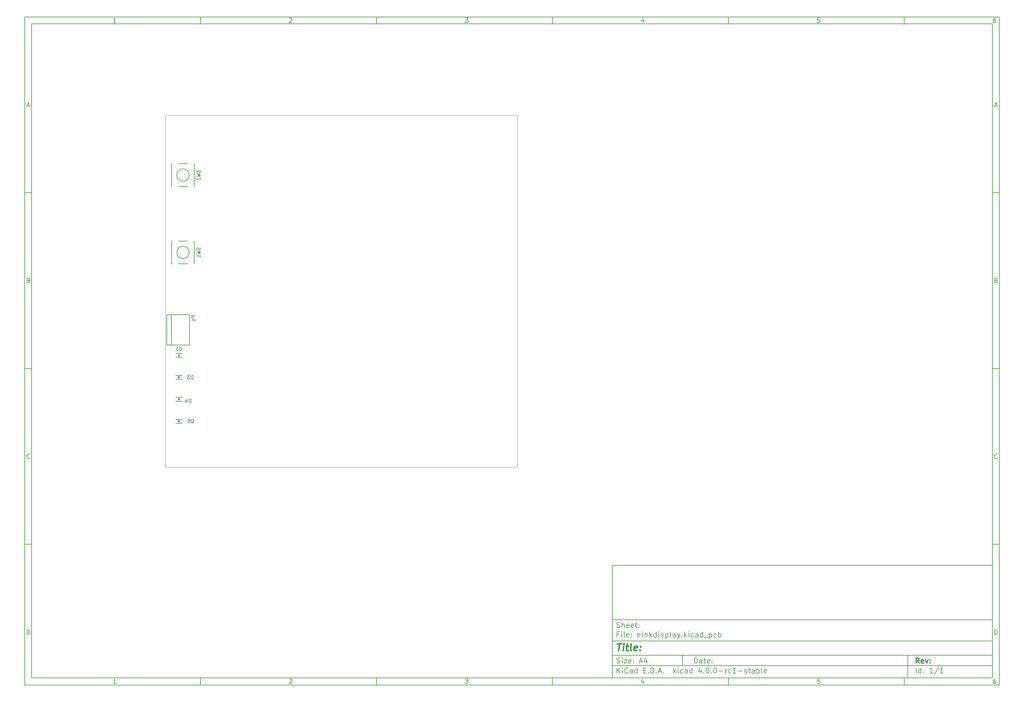
<source format=gbo>
G04 #@! TF.FileFunction,Legend,Bot*
%FSLAX46Y46*%
G04 Gerber Fmt 4.6, Leading zero omitted, Abs format (unit mm)*
G04 Created by KiCad (PCBNEW 4.0.0-rc1-stable) date Tue 08 Dec 2015 07:53:02 AM PST*
%MOMM*%
G01*
G04 APERTURE LIST*
%ADD10C,0.100000*%
%ADD11C,0.150000*%
%ADD12C,0.300000*%
%ADD13C,0.400000*%
G04 APERTURE END LIST*
D10*
D11*
X177002200Y-166007200D02*
X177002200Y-198007200D01*
X285002200Y-198007200D01*
X285002200Y-166007200D01*
X177002200Y-166007200D01*
D10*
D11*
X10000000Y-10000000D02*
X10000000Y-200007200D01*
X287002200Y-200007200D01*
X287002200Y-10000000D01*
X10000000Y-10000000D01*
D10*
D11*
X12000000Y-12000000D02*
X12000000Y-198007200D01*
X285002200Y-198007200D01*
X285002200Y-12000000D01*
X12000000Y-12000000D01*
D10*
D11*
X60000000Y-12000000D02*
X60000000Y-10000000D01*
D10*
D11*
X110000000Y-12000000D02*
X110000000Y-10000000D01*
D10*
D11*
X160000000Y-12000000D02*
X160000000Y-10000000D01*
D10*
D11*
X210000000Y-12000000D02*
X210000000Y-10000000D01*
D10*
D11*
X260000000Y-12000000D02*
X260000000Y-10000000D01*
D10*
D11*
X35990476Y-11588095D02*
X35247619Y-11588095D01*
X35619048Y-11588095D02*
X35619048Y-10288095D01*
X35495238Y-10473810D01*
X35371429Y-10597619D01*
X35247619Y-10659524D01*
D10*
D11*
X85247619Y-10411905D02*
X85309524Y-10350000D01*
X85433333Y-10288095D01*
X85742857Y-10288095D01*
X85866667Y-10350000D01*
X85928571Y-10411905D01*
X85990476Y-10535714D01*
X85990476Y-10659524D01*
X85928571Y-10845238D01*
X85185714Y-11588095D01*
X85990476Y-11588095D01*
D10*
D11*
X135185714Y-10288095D02*
X135990476Y-10288095D01*
X135557143Y-10783333D01*
X135742857Y-10783333D01*
X135866667Y-10845238D01*
X135928571Y-10907143D01*
X135990476Y-11030952D01*
X135990476Y-11340476D01*
X135928571Y-11464286D01*
X135866667Y-11526190D01*
X135742857Y-11588095D01*
X135371429Y-11588095D01*
X135247619Y-11526190D01*
X135185714Y-11464286D01*
D10*
D11*
X185866667Y-10721429D02*
X185866667Y-11588095D01*
X185557143Y-10226190D02*
X185247619Y-11154762D01*
X186052381Y-11154762D01*
D10*
D11*
X235928571Y-10288095D02*
X235309524Y-10288095D01*
X235247619Y-10907143D01*
X235309524Y-10845238D01*
X235433333Y-10783333D01*
X235742857Y-10783333D01*
X235866667Y-10845238D01*
X235928571Y-10907143D01*
X235990476Y-11030952D01*
X235990476Y-11340476D01*
X235928571Y-11464286D01*
X235866667Y-11526190D01*
X235742857Y-11588095D01*
X235433333Y-11588095D01*
X235309524Y-11526190D01*
X235247619Y-11464286D01*
D10*
D11*
X285866667Y-10288095D02*
X285619048Y-10288095D01*
X285495238Y-10350000D01*
X285433333Y-10411905D01*
X285309524Y-10597619D01*
X285247619Y-10845238D01*
X285247619Y-11340476D01*
X285309524Y-11464286D01*
X285371429Y-11526190D01*
X285495238Y-11588095D01*
X285742857Y-11588095D01*
X285866667Y-11526190D01*
X285928571Y-11464286D01*
X285990476Y-11340476D01*
X285990476Y-11030952D01*
X285928571Y-10907143D01*
X285866667Y-10845238D01*
X285742857Y-10783333D01*
X285495238Y-10783333D01*
X285371429Y-10845238D01*
X285309524Y-10907143D01*
X285247619Y-11030952D01*
D10*
D11*
X60000000Y-198007200D02*
X60000000Y-200007200D01*
D10*
D11*
X110000000Y-198007200D02*
X110000000Y-200007200D01*
D10*
D11*
X160000000Y-198007200D02*
X160000000Y-200007200D01*
D10*
D11*
X210000000Y-198007200D02*
X210000000Y-200007200D01*
D10*
D11*
X260000000Y-198007200D02*
X260000000Y-200007200D01*
D10*
D11*
X35990476Y-199595295D02*
X35247619Y-199595295D01*
X35619048Y-199595295D02*
X35619048Y-198295295D01*
X35495238Y-198481010D01*
X35371429Y-198604819D01*
X35247619Y-198666724D01*
D10*
D11*
X85247619Y-198419105D02*
X85309524Y-198357200D01*
X85433333Y-198295295D01*
X85742857Y-198295295D01*
X85866667Y-198357200D01*
X85928571Y-198419105D01*
X85990476Y-198542914D01*
X85990476Y-198666724D01*
X85928571Y-198852438D01*
X85185714Y-199595295D01*
X85990476Y-199595295D01*
D10*
D11*
X135185714Y-198295295D02*
X135990476Y-198295295D01*
X135557143Y-198790533D01*
X135742857Y-198790533D01*
X135866667Y-198852438D01*
X135928571Y-198914343D01*
X135990476Y-199038152D01*
X135990476Y-199347676D01*
X135928571Y-199471486D01*
X135866667Y-199533390D01*
X135742857Y-199595295D01*
X135371429Y-199595295D01*
X135247619Y-199533390D01*
X135185714Y-199471486D01*
D10*
D11*
X185866667Y-198728629D02*
X185866667Y-199595295D01*
X185557143Y-198233390D02*
X185247619Y-199161962D01*
X186052381Y-199161962D01*
D10*
D11*
X235928571Y-198295295D02*
X235309524Y-198295295D01*
X235247619Y-198914343D01*
X235309524Y-198852438D01*
X235433333Y-198790533D01*
X235742857Y-198790533D01*
X235866667Y-198852438D01*
X235928571Y-198914343D01*
X235990476Y-199038152D01*
X235990476Y-199347676D01*
X235928571Y-199471486D01*
X235866667Y-199533390D01*
X235742857Y-199595295D01*
X235433333Y-199595295D01*
X235309524Y-199533390D01*
X235247619Y-199471486D01*
D10*
D11*
X285866667Y-198295295D02*
X285619048Y-198295295D01*
X285495238Y-198357200D01*
X285433333Y-198419105D01*
X285309524Y-198604819D01*
X285247619Y-198852438D01*
X285247619Y-199347676D01*
X285309524Y-199471486D01*
X285371429Y-199533390D01*
X285495238Y-199595295D01*
X285742857Y-199595295D01*
X285866667Y-199533390D01*
X285928571Y-199471486D01*
X285990476Y-199347676D01*
X285990476Y-199038152D01*
X285928571Y-198914343D01*
X285866667Y-198852438D01*
X285742857Y-198790533D01*
X285495238Y-198790533D01*
X285371429Y-198852438D01*
X285309524Y-198914343D01*
X285247619Y-199038152D01*
D10*
D11*
X10000000Y-60000000D02*
X12000000Y-60000000D01*
D10*
D11*
X10000000Y-110000000D02*
X12000000Y-110000000D01*
D10*
D11*
X10000000Y-160000000D02*
X12000000Y-160000000D01*
D10*
D11*
X10690476Y-35216667D02*
X11309524Y-35216667D01*
X10566667Y-35588095D02*
X11000000Y-34288095D01*
X11433333Y-35588095D01*
D10*
D11*
X11092857Y-84907143D02*
X11278571Y-84969048D01*
X11340476Y-85030952D01*
X11402381Y-85154762D01*
X11402381Y-85340476D01*
X11340476Y-85464286D01*
X11278571Y-85526190D01*
X11154762Y-85588095D01*
X10659524Y-85588095D01*
X10659524Y-84288095D01*
X11092857Y-84288095D01*
X11216667Y-84350000D01*
X11278571Y-84411905D01*
X11340476Y-84535714D01*
X11340476Y-84659524D01*
X11278571Y-84783333D01*
X11216667Y-84845238D01*
X11092857Y-84907143D01*
X10659524Y-84907143D01*
D10*
D11*
X11402381Y-135464286D02*
X11340476Y-135526190D01*
X11154762Y-135588095D01*
X11030952Y-135588095D01*
X10845238Y-135526190D01*
X10721429Y-135402381D01*
X10659524Y-135278571D01*
X10597619Y-135030952D01*
X10597619Y-134845238D01*
X10659524Y-134597619D01*
X10721429Y-134473810D01*
X10845238Y-134350000D01*
X11030952Y-134288095D01*
X11154762Y-134288095D01*
X11340476Y-134350000D01*
X11402381Y-134411905D01*
D10*
D11*
X10659524Y-185588095D02*
X10659524Y-184288095D01*
X10969048Y-184288095D01*
X11154762Y-184350000D01*
X11278571Y-184473810D01*
X11340476Y-184597619D01*
X11402381Y-184845238D01*
X11402381Y-185030952D01*
X11340476Y-185278571D01*
X11278571Y-185402381D01*
X11154762Y-185526190D01*
X10969048Y-185588095D01*
X10659524Y-185588095D01*
D10*
D11*
X287002200Y-60000000D02*
X285002200Y-60000000D01*
D10*
D11*
X287002200Y-110000000D02*
X285002200Y-110000000D01*
D10*
D11*
X287002200Y-160000000D02*
X285002200Y-160000000D01*
D10*
D11*
X285692676Y-35216667D02*
X286311724Y-35216667D01*
X285568867Y-35588095D02*
X286002200Y-34288095D01*
X286435533Y-35588095D01*
D10*
D11*
X286095057Y-84907143D02*
X286280771Y-84969048D01*
X286342676Y-85030952D01*
X286404581Y-85154762D01*
X286404581Y-85340476D01*
X286342676Y-85464286D01*
X286280771Y-85526190D01*
X286156962Y-85588095D01*
X285661724Y-85588095D01*
X285661724Y-84288095D01*
X286095057Y-84288095D01*
X286218867Y-84350000D01*
X286280771Y-84411905D01*
X286342676Y-84535714D01*
X286342676Y-84659524D01*
X286280771Y-84783333D01*
X286218867Y-84845238D01*
X286095057Y-84907143D01*
X285661724Y-84907143D01*
D10*
D11*
X286404581Y-135464286D02*
X286342676Y-135526190D01*
X286156962Y-135588095D01*
X286033152Y-135588095D01*
X285847438Y-135526190D01*
X285723629Y-135402381D01*
X285661724Y-135278571D01*
X285599819Y-135030952D01*
X285599819Y-134845238D01*
X285661724Y-134597619D01*
X285723629Y-134473810D01*
X285847438Y-134350000D01*
X286033152Y-134288095D01*
X286156962Y-134288095D01*
X286342676Y-134350000D01*
X286404581Y-134411905D01*
D10*
D11*
X285661724Y-185588095D02*
X285661724Y-184288095D01*
X285971248Y-184288095D01*
X286156962Y-184350000D01*
X286280771Y-184473810D01*
X286342676Y-184597619D01*
X286404581Y-184845238D01*
X286404581Y-185030952D01*
X286342676Y-185278571D01*
X286280771Y-185402381D01*
X286156962Y-185526190D01*
X285971248Y-185588095D01*
X285661724Y-185588095D01*
D10*
D11*
X200359343Y-193785771D02*
X200359343Y-192285771D01*
X200716486Y-192285771D01*
X200930771Y-192357200D01*
X201073629Y-192500057D01*
X201145057Y-192642914D01*
X201216486Y-192928629D01*
X201216486Y-193142914D01*
X201145057Y-193428629D01*
X201073629Y-193571486D01*
X200930771Y-193714343D01*
X200716486Y-193785771D01*
X200359343Y-193785771D01*
X202502200Y-193785771D02*
X202502200Y-193000057D01*
X202430771Y-192857200D01*
X202287914Y-192785771D01*
X202002200Y-192785771D01*
X201859343Y-192857200D01*
X202502200Y-193714343D02*
X202359343Y-193785771D01*
X202002200Y-193785771D01*
X201859343Y-193714343D01*
X201787914Y-193571486D01*
X201787914Y-193428629D01*
X201859343Y-193285771D01*
X202002200Y-193214343D01*
X202359343Y-193214343D01*
X202502200Y-193142914D01*
X203002200Y-192785771D02*
X203573629Y-192785771D01*
X203216486Y-192285771D02*
X203216486Y-193571486D01*
X203287914Y-193714343D01*
X203430772Y-193785771D01*
X203573629Y-193785771D01*
X204645057Y-193714343D02*
X204502200Y-193785771D01*
X204216486Y-193785771D01*
X204073629Y-193714343D01*
X204002200Y-193571486D01*
X204002200Y-193000057D01*
X204073629Y-192857200D01*
X204216486Y-192785771D01*
X204502200Y-192785771D01*
X204645057Y-192857200D01*
X204716486Y-193000057D01*
X204716486Y-193142914D01*
X204002200Y-193285771D01*
X205359343Y-193642914D02*
X205430771Y-193714343D01*
X205359343Y-193785771D01*
X205287914Y-193714343D01*
X205359343Y-193642914D01*
X205359343Y-193785771D01*
X205359343Y-192857200D02*
X205430771Y-192928629D01*
X205359343Y-193000057D01*
X205287914Y-192928629D01*
X205359343Y-192857200D01*
X205359343Y-193000057D01*
D10*
D11*
X177002200Y-194507200D02*
X285002200Y-194507200D01*
D10*
D11*
X178359343Y-196585771D02*
X178359343Y-195085771D01*
X179216486Y-196585771D02*
X178573629Y-195728629D01*
X179216486Y-195085771D02*
X178359343Y-195942914D01*
X179859343Y-196585771D02*
X179859343Y-195585771D01*
X179859343Y-195085771D02*
X179787914Y-195157200D01*
X179859343Y-195228629D01*
X179930771Y-195157200D01*
X179859343Y-195085771D01*
X179859343Y-195228629D01*
X181430772Y-196442914D02*
X181359343Y-196514343D01*
X181145057Y-196585771D01*
X181002200Y-196585771D01*
X180787915Y-196514343D01*
X180645057Y-196371486D01*
X180573629Y-196228629D01*
X180502200Y-195942914D01*
X180502200Y-195728629D01*
X180573629Y-195442914D01*
X180645057Y-195300057D01*
X180787915Y-195157200D01*
X181002200Y-195085771D01*
X181145057Y-195085771D01*
X181359343Y-195157200D01*
X181430772Y-195228629D01*
X182716486Y-196585771D02*
X182716486Y-195800057D01*
X182645057Y-195657200D01*
X182502200Y-195585771D01*
X182216486Y-195585771D01*
X182073629Y-195657200D01*
X182716486Y-196514343D02*
X182573629Y-196585771D01*
X182216486Y-196585771D01*
X182073629Y-196514343D01*
X182002200Y-196371486D01*
X182002200Y-196228629D01*
X182073629Y-196085771D01*
X182216486Y-196014343D01*
X182573629Y-196014343D01*
X182716486Y-195942914D01*
X184073629Y-196585771D02*
X184073629Y-195085771D01*
X184073629Y-196514343D02*
X183930772Y-196585771D01*
X183645058Y-196585771D01*
X183502200Y-196514343D01*
X183430772Y-196442914D01*
X183359343Y-196300057D01*
X183359343Y-195871486D01*
X183430772Y-195728629D01*
X183502200Y-195657200D01*
X183645058Y-195585771D01*
X183930772Y-195585771D01*
X184073629Y-195657200D01*
X185930772Y-195800057D02*
X186430772Y-195800057D01*
X186645058Y-196585771D02*
X185930772Y-196585771D01*
X185930772Y-195085771D01*
X186645058Y-195085771D01*
X187287915Y-196442914D02*
X187359343Y-196514343D01*
X187287915Y-196585771D01*
X187216486Y-196514343D01*
X187287915Y-196442914D01*
X187287915Y-196585771D01*
X188002201Y-196585771D02*
X188002201Y-195085771D01*
X188359344Y-195085771D01*
X188573629Y-195157200D01*
X188716487Y-195300057D01*
X188787915Y-195442914D01*
X188859344Y-195728629D01*
X188859344Y-195942914D01*
X188787915Y-196228629D01*
X188716487Y-196371486D01*
X188573629Y-196514343D01*
X188359344Y-196585771D01*
X188002201Y-196585771D01*
X189502201Y-196442914D02*
X189573629Y-196514343D01*
X189502201Y-196585771D01*
X189430772Y-196514343D01*
X189502201Y-196442914D01*
X189502201Y-196585771D01*
X190145058Y-196157200D02*
X190859344Y-196157200D01*
X190002201Y-196585771D02*
X190502201Y-195085771D01*
X191002201Y-196585771D01*
X191502201Y-196442914D02*
X191573629Y-196514343D01*
X191502201Y-196585771D01*
X191430772Y-196514343D01*
X191502201Y-196442914D01*
X191502201Y-196585771D01*
X194502201Y-196585771D02*
X194502201Y-195085771D01*
X194645058Y-196014343D02*
X195073629Y-196585771D01*
X195073629Y-195585771D02*
X194502201Y-196157200D01*
X195716487Y-196585771D02*
X195716487Y-195585771D01*
X195716487Y-195085771D02*
X195645058Y-195157200D01*
X195716487Y-195228629D01*
X195787915Y-195157200D01*
X195716487Y-195085771D01*
X195716487Y-195228629D01*
X197073630Y-196514343D02*
X196930773Y-196585771D01*
X196645059Y-196585771D01*
X196502201Y-196514343D01*
X196430773Y-196442914D01*
X196359344Y-196300057D01*
X196359344Y-195871486D01*
X196430773Y-195728629D01*
X196502201Y-195657200D01*
X196645059Y-195585771D01*
X196930773Y-195585771D01*
X197073630Y-195657200D01*
X198359344Y-196585771D02*
X198359344Y-195800057D01*
X198287915Y-195657200D01*
X198145058Y-195585771D01*
X197859344Y-195585771D01*
X197716487Y-195657200D01*
X198359344Y-196514343D02*
X198216487Y-196585771D01*
X197859344Y-196585771D01*
X197716487Y-196514343D01*
X197645058Y-196371486D01*
X197645058Y-196228629D01*
X197716487Y-196085771D01*
X197859344Y-196014343D01*
X198216487Y-196014343D01*
X198359344Y-195942914D01*
X199716487Y-196585771D02*
X199716487Y-195085771D01*
X199716487Y-196514343D02*
X199573630Y-196585771D01*
X199287916Y-196585771D01*
X199145058Y-196514343D01*
X199073630Y-196442914D01*
X199002201Y-196300057D01*
X199002201Y-195871486D01*
X199073630Y-195728629D01*
X199145058Y-195657200D01*
X199287916Y-195585771D01*
X199573630Y-195585771D01*
X199716487Y-195657200D01*
X202216487Y-195585771D02*
X202216487Y-196585771D01*
X201859344Y-195014343D02*
X201502201Y-196085771D01*
X202430773Y-196085771D01*
X203002201Y-196442914D02*
X203073629Y-196514343D01*
X203002201Y-196585771D01*
X202930772Y-196514343D01*
X203002201Y-196442914D01*
X203002201Y-196585771D01*
X204002201Y-195085771D02*
X204145058Y-195085771D01*
X204287915Y-195157200D01*
X204359344Y-195228629D01*
X204430773Y-195371486D01*
X204502201Y-195657200D01*
X204502201Y-196014343D01*
X204430773Y-196300057D01*
X204359344Y-196442914D01*
X204287915Y-196514343D01*
X204145058Y-196585771D01*
X204002201Y-196585771D01*
X203859344Y-196514343D01*
X203787915Y-196442914D01*
X203716487Y-196300057D01*
X203645058Y-196014343D01*
X203645058Y-195657200D01*
X203716487Y-195371486D01*
X203787915Y-195228629D01*
X203859344Y-195157200D01*
X204002201Y-195085771D01*
X205145058Y-196442914D02*
X205216486Y-196514343D01*
X205145058Y-196585771D01*
X205073629Y-196514343D01*
X205145058Y-196442914D01*
X205145058Y-196585771D01*
X206145058Y-195085771D02*
X206287915Y-195085771D01*
X206430772Y-195157200D01*
X206502201Y-195228629D01*
X206573630Y-195371486D01*
X206645058Y-195657200D01*
X206645058Y-196014343D01*
X206573630Y-196300057D01*
X206502201Y-196442914D01*
X206430772Y-196514343D01*
X206287915Y-196585771D01*
X206145058Y-196585771D01*
X206002201Y-196514343D01*
X205930772Y-196442914D01*
X205859344Y-196300057D01*
X205787915Y-196014343D01*
X205787915Y-195657200D01*
X205859344Y-195371486D01*
X205930772Y-195228629D01*
X206002201Y-195157200D01*
X206145058Y-195085771D01*
X207287915Y-196014343D02*
X208430772Y-196014343D01*
X209145058Y-196585771D02*
X209145058Y-195585771D01*
X209145058Y-195871486D02*
X209216486Y-195728629D01*
X209287915Y-195657200D01*
X209430772Y-195585771D01*
X209573629Y-195585771D01*
X210716486Y-196514343D02*
X210573629Y-196585771D01*
X210287915Y-196585771D01*
X210145057Y-196514343D01*
X210073629Y-196442914D01*
X210002200Y-196300057D01*
X210002200Y-195871486D01*
X210073629Y-195728629D01*
X210145057Y-195657200D01*
X210287915Y-195585771D01*
X210573629Y-195585771D01*
X210716486Y-195657200D01*
X212145057Y-196585771D02*
X211287914Y-196585771D01*
X211716486Y-196585771D02*
X211716486Y-195085771D01*
X211573629Y-195300057D01*
X211430771Y-195442914D01*
X211287914Y-195514343D01*
X212787914Y-196014343D02*
X213930771Y-196014343D01*
X214573628Y-196514343D02*
X214716485Y-196585771D01*
X215002200Y-196585771D01*
X215145057Y-196514343D01*
X215216485Y-196371486D01*
X215216485Y-196300057D01*
X215145057Y-196157200D01*
X215002200Y-196085771D01*
X214787914Y-196085771D01*
X214645057Y-196014343D01*
X214573628Y-195871486D01*
X214573628Y-195800057D01*
X214645057Y-195657200D01*
X214787914Y-195585771D01*
X215002200Y-195585771D01*
X215145057Y-195657200D01*
X215645057Y-195585771D02*
X216216486Y-195585771D01*
X215859343Y-195085771D02*
X215859343Y-196371486D01*
X215930771Y-196514343D01*
X216073629Y-196585771D01*
X216216486Y-196585771D01*
X217359343Y-196585771D02*
X217359343Y-195800057D01*
X217287914Y-195657200D01*
X217145057Y-195585771D01*
X216859343Y-195585771D01*
X216716486Y-195657200D01*
X217359343Y-196514343D02*
X217216486Y-196585771D01*
X216859343Y-196585771D01*
X216716486Y-196514343D01*
X216645057Y-196371486D01*
X216645057Y-196228629D01*
X216716486Y-196085771D01*
X216859343Y-196014343D01*
X217216486Y-196014343D01*
X217359343Y-195942914D01*
X218073629Y-196585771D02*
X218073629Y-195085771D01*
X218073629Y-195657200D02*
X218216486Y-195585771D01*
X218502200Y-195585771D01*
X218645057Y-195657200D01*
X218716486Y-195728629D01*
X218787915Y-195871486D01*
X218787915Y-196300057D01*
X218716486Y-196442914D01*
X218645057Y-196514343D01*
X218502200Y-196585771D01*
X218216486Y-196585771D01*
X218073629Y-196514343D01*
X219645058Y-196585771D02*
X219502200Y-196514343D01*
X219430772Y-196371486D01*
X219430772Y-195085771D01*
X220787914Y-196514343D02*
X220645057Y-196585771D01*
X220359343Y-196585771D01*
X220216486Y-196514343D01*
X220145057Y-196371486D01*
X220145057Y-195800057D01*
X220216486Y-195657200D01*
X220359343Y-195585771D01*
X220645057Y-195585771D01*
X220787914Y-195657200D01*
X220859343Y-195800057D01*
X220859343Y-195942914D01*
X220145057Y-196085771D01*
D10*
D11*
X177002200Y-191507200D02*
X285002200Y-191507200D01*
D10*
D12*
X264216486Y-193785771D02*
X263716486Y-193071486D01*
X263359343Y-193785771D02*
X263359343Y-192285771D01*
X263930771Y-192285771D01*
X264073629Y-192357200D01*
X264145057Y-192428629D01*
X264216486Y-192571486D01*
X264216486Y-192785771D01*
X264145057Y-192928629D01*
X264073629Y-193000057D01*
X263930771Y-193071486D01*
X263359343Y-193071486D01*
X265430771Y-193714343D02*
X265287914Y-193785771D01*
X265002200Y-193785771D01*
X264859343Y-193714343D01*
X264787914Y-193571486D01*
X264787914Y-193000057D01*
X264859343Y-192857200D01*
X265002200Y-192785771D01*
X265287914Y-192785771D01*
X265430771Y-192857200D01*
X265502200Y-193000057D01*
X265502200Y-193142914D01*
X264787914Y-193285771D01*
X266002200Y-192785771D02*
X266359343Y-193785771D01*
X266716485Y-192785771D01*
X267287914Y-193642914D02*
X267359342Y-193714343D01*
X267287914Y-193785771D01*
X267216485Y-193714343D01*
X267287914Y-193642914D01*
X267287914Y-193785771D01*
X267287914Y-192857200D02*
X267359342Y-192928629D01*
X267287914Y-193000057D01*
X267216485Y-192928629D01*
X267287914Y-192857200D01*
X267287914Y-193000057D01*
D10*
D11*
X178287914Y-193714343D02*
X178502200Y-193785771D01*
X178859343Y-193785771D01*
X179002200Y-193714343D01*
X179073629Y-193642914D01*
X179145057Y-193500057D01*
X179145057Y-193357200D01*
X179073629Y-193214343D01*
X179002200Y-193142914D01*
X178859343Y-193071486D01*
X178573629Y-193000057D01*
X178430771Y-192928629D01*
X178359343Y-192857200D01*
X178287914Y-192714343D01*
X178287914Y-192571486D01*
X178359343Y-192428629D01*
X178430771Y-192357200D01*
X178573629Y-192285771D01*
X178930771Y-192285771D01*
X179145057Y-192357200D01*
X179787914Y-193785771D02*
X179787914Y-192785771D01*
X179787914Y-192285771D02*
X179716485Y-192357200D01*
X179787914Y-192428629D01*
X179859342Y-192357200D01*
X179787914Y-192285771D01*
X179787914Y-192428629D01*
X180359343Y-192785771D02*
X181145057Y-192785771D01*
X180359343Y-193785771D01*
X181145057Y-193785771D01*
X182287914Y-193714343D02*
X182145057Y-193785771D01*
X181859343Y-193785771D01*
X181716486Y-193714343D01*
X181645057Y-193571486D01*
X181645057Y-193000057D01*
X181716486Y-192857200D01*
X181859343Y-192785771D01*
X182145057Y-192785771D01*
X182287914Y-192857200D01*
X182359343Y-193000057D01*
X182359343Y-193142914D01*
X181645057Y-193285771D01*
X183002200Y-193642914D02*
X183073628Y-193714343D01*
X183002200Y-193785771D01*
X182930771Y-193714343D01*
X183002200Y-193642914D01*
X183002200Y-193785771D01*
X183002200Y-192857200D02*
X183073628Y-192928629D01*
X183002200Y-193000057D01*
X182930771Y-192928629D01*
X183002200Y-192857200D01*
X183002200Y-193000057D01*
X184787914Y-193357200D02*
X185502200Y-193357200D01*
X184645057Y-193785771D02*
X185145057Y-192285771D01*
X185645057Y-193785771D01*
X186787914Y-192785771D02*
X186787914Y-193785771D01*
X186430771Y-192214343D02*
X186073628Y-193285771D01*
X187002200Y-193285771D01*
D10*
D11*
X263359343Y-196585771D02*
X263359343Y-195085771D01*
X264716486Y-196585771D02*
X264716486Y-195085771D01*
X264716486Y-196514343D02*
X264573629Y-196585771D01*
X264287915Y-196585771D01*
X264145057Y-196514343D01*
X264073629Y-196442914D01*
X264002200Y-196300057D01*
X264002200Y-195871486D01*
X264073629Y-195728629D01*
X264145057Y-195657200D01*
X264287915Y-195585771D01*
X264573629Y-195585771D01*
X264716486Y-195657200D01*
X265430772Y-196442914D02*
X265502200Y-196514343D01*
X265430772Y-196585771D01*
X265359343Y-196514343D01*
X265430772Y-196442914D01*
X265430772Y-196585771D01*
X265430772Y-195657200D02*
X265502200Y-195728629D01*
X265430772Y-195800057D01*
X265359343Y-195728629D01*
X265430772Y-195657200D01*
X265430772Y-195800057D01*
X268073629Y-196585771D02*
X267216486Y-196585771D01*
X267645058Y-196585771D02*
X267645058Y-195085771D01*
X267502201Y-195300057D01*
X267359343Y-195442914D01*
X267216486Y-195514343D01*
X269787914Y-195014343D02*
X268502200Y-196942914D01*
X271073629Y-196585771D02*
X270216486Y-196585771D01*
X270645058Y-196585771D02*
X270645058Y-195085771D01*
X270502201Y-195300057D01*
X270359343Y-195442914D01*
X270216486Y-195514343D01*
D10*
D11*
X177002200Y-187507200D02*
X285002200Y-187507200D01*
D10*
D13*
X178454581Y-188211962D02*
X179597438Y-188211962D01*
X178776010Y-190211962D02*
X179026010Y-188211962D01*
X180014105Y-190211962D02*
X180180771Y-188878629D01*
X180264105Y-188211962D02*
X180156962Y-188307200D01*
X180240295Y-188402438D01*
X180347439Y-188307200D01*
X180264105Y-188211962D01*
X180240295Y-188402438D01*
X180847438Y-188878629D02*
X181609343Y-188878629D01*
X181216486Y-188211962D02*
X181002200Y-189926248D01*
X181073630Y-190116724D01*
X181252201Y-190211962D01*
X181442677Y-190211962D01*
X182395058Y-190211962D02*
X182216487Y-190116724D01*
X182145057Y-189926248D01*
X182359343Y-188211962D01*
X183930772Y-190116724D02*
X183728391Y-190211962D01*
X183347439Y-190211962D01*
X183168867Y-190116724D01*
X183097438Y-189926248D01*
X183192676Y-189164343D01*
X183311724Y-188973867D01*
X183514105Y-188878629D01*
X183895057Y-188878629D01*
X184073629Y-188973867D01*
X184145057Y-189164343D01*
X184121248Y-189354819D01*
X183145057Y-189545295D01*
X184895057Y-190021486D02*
X184978392Y-190116724D01*
X184871248Y-190211962D01*
X184787915Y-190116724D01*
X184895057Y-190021486D01*
X184871248Y-190211962D01*
X185026010Y-188973867D02*
X185109344Y-189069105D01*
X185002200Y-189164343D01*
X184918867Y-189069105D01*
X185026010Y-188973867D01*
X185002200Y-189164343D01*
D10*
D11*
X178859343Y-185600057D02*
X178359343Y-185600057D01*
X178359343Y-186385771D02*
X178359343Y-184885771D01*
X179073629Y-184885771D01*
X179645057Y-186385771D02*
X179645057Y-185385771D01*
X179645057Y-184885771D02*
X179573628Y-184957200D01*
X179645057Y-185028629D01*
X179716485Y-184957200D01*
X179645057Y-184885771D01*
X179645057Y-185028629D01*
X180573629Y-186385771D02*
X180430771Y-186314343D01*
X180359343Y-186171486D01*
X180359343Y-184885771D01*
X181716485Y-186314343D02*
X181573628Y-186385771D01*
X181287914Y-186385771D01*
X181145057Y-186314343D01*
X181073628Y-186171486D01*
X181073628Y-185600057D01*
X181145057Y-185457200D01*
X181287914Y-185385771D01*
X181573628Y-185385771D01*
X181716485Y-185457200D01*
X181787914Y-185600057D01*
X181787914Y-185742914D01*
X181073628Y-185885771D01*
X182430771Y-186242914D02*
X182502199Y-186314343D01*
X182430771Y-186385771D01*
X182359342Y-186314343D01*
X182430771Y-186242914D01*
X182430771Y-186385771D01*
X182430771Y-185457200D02*
X182502199Y-185528629D01*
X182430771Y-185600057D01*
X182359342Y-185528629D01*
X182430771Y-185457200D01*
X182430771Y-185600057D01*
X184859342Y-186314343D02*
X184716485Y-186385771D01*
X184430771Y-186385771D01*
X184287914Y-186314343D01*
X184216485Y-186171486D01*
X184216485Y-185600057D01*
X184287914Y-185457200D01*
X184430771Y-185385771D01*
X184716485Y-185385771D01*
X184859342Y-185457200D01*
X184930771Y-185600057D01*
X184930771Y-185742914D01*
X184216485Y-185885771D01*
X185573628Y-186385771D02*
X185573628Y-185385771D01*
X185573628Y-184885771D02*
X185502199Y-184957200D01*
X185573628Y-185028629D01*
X185645056Y-184957200D01*
X185573628Y-184885771D01*
X185573628Y-185028629D01*
X186287914Y-185385771D02*
X186287914Y-186385771D01*
X186287914Y-185528629D02*
X186359342Y-185457200D01*
X186502200Y-185385771D01*
X186716485Y-185385771D01*
X186859342Y-185457200D01*
X186930771Y-185600057D01*
X186930771Y-186385771D01*
X187645057Y-186385771D02*
X187645057Y-184885771D01*
X187787914Y-185814343D02*
X188216485Y-186385771D01*
X188216485Y-185385771D02*
X187645057Y-185957200D01*
X189502200Y-186385771D02*
X189502200Y-184885771D01*
X189502200Y-186314343D02*
X189359343Y-186385771D01*
X189073629Y-186385771D01*
X188930771Y-186314343D01*
X188859343Y-186242914D01*
X188787914Y-186100057D01*
X188787914Y-185671486D01*
X188859343Y-185528629D01*
X188930771Y-185457200D01*
X189073629Y-185385771D01*
X189359343Y-185385771D01*
X189502200Y-185457200D01*
X190216486Y-186385771D02*
X190216486Y-185385771D01*
X190216486Y-184885771D02*
X190145057Y-184957200D01*
X190216486Y-185028629D01*
X190287914Y-184957200D01*
X190216486Y-184885771D01*
X190216486Y-185028629D01*
X190859343Y-186314343D02*
X191002200Y-186385771D01*
X191287915Y-186385771D01*
X191430772Y-186314343D01*
X191502200Y-186171486D01*
X191502200Y-186100057D01*
X191430772Y-185957200D01*
X191287915Y-185885771D01*
X191073629Y-185885771D01*
X190930772Y-185814343D01*
X190859343Y-185671486D01*
X190859343Y-185600057D01*
X190930772Y-185457200D01*
X191073629Y-185385771D01*
X191287915Y-185385771D01*
X191430772Y-185457200D01*
X192145058Y-185385771D02*
X192145058Y-186885771D01*
X192145058Y-185457200D02*
X192287915Y-185385771D01*
X192573629Y-185385771D01*
X192716486Y-185457200D01*
X192787915Y-185528629D01*
X192859344Y-185671486D01*
X192859344Y-186100057D01*
X192787915Y-186242914D01*
X192716486Y-186314343D01*
X192573629Y-186385771D01*
X192287915Y-186385771D01*
X192145058Y-186314343D01*
X193716487Y-186385771D02*
X193573629Y-186314343D01*
X193502201Y-186171486D01*
X193502201Y-184885771D01*
X194930772Y-186385771D02*
X194930772Y-185600057D01*
X194859343Y-185457200D01*
X194716486Y-185385771D01*
X194430772Y-185385771D01*
X194287915Y-185457200D01*
X194930772Y-186314343D02*
X194787915Y-186385771D01*
X194430772Y-186385771D01*
X194287915Y-186314343D01*
X194216486Y-186171486D01*
X194216486Y-186028629D01*
X194287915Y-185885771D01*
X194430772Y-185814343D01*
X194787915Y-185814343D01*
X194930772Y-185742914D01*
X195502201Y-185385771D02*
X195859344Y-186385771D01*
X196216486Y-185385771D02*
X195859344Y-186385771D01*
X195716486Y-186742914D01*
X195645058Y-186814343D01*
X195502201Y-186885771D01*
X196787915Y-186242914D02*
X196859343Y-186314343D01*
X196787915Y-186385771D01*
X196716486Y-186314343D01*
X196787915Y-186242914D01*
X196787915Y-186385771D01*
X197502201Y-186385771D02*
X197502201Y-184885771D01*
X197645058Y-185814343D02*
X198073629Y-186385771D01*
X198073629Y-185385771D02*
X197502201Y-185957200D01*
X198716487Y-186385771D02*
X198716487Y-185385771D01*
X198716487Y-184885771D02*
X198645058Y-184957200D01*
X198716487Y-185028629D01*
X198787915Y-184957200D01*
X198716487Y-184885771D01*
X198716487Y-185028629D01*
X200073630Y-186314343D02*
X199930773Y-186385771D01*
X199645059Y-186385771D01*
X199502201Y-186314343D01*
X199430773Y-186242914D01*
X199359344Y-186100057D01*
X199359344Y-185671486D01*
X199430773Y-185528629D01*
X199502201Y-185457200D01*
X199645059Y-185385771D01*
X199930773Y-185385771D01*
X200073630Y-185457200D01*
X201359344Y-186385771D02*
X201359344Y-185600057D01*
X201287915Y-185457200D01*
X201145058Y-185385771D01*
X200859344Y-185385771D01*
X200716487Y-185457200D01*
X201359344Y-186314343D02*
X201216487Y-186385771D01*
X200859344Y-186385771D01*
X200716487Y-186314343D01*
X200645058Y-186171486D01*
X200645058Y-186028629D01*
X200716487Y-185885771D01*
X200859344Y-185814343D01*
X201216487Y-185814343D01*
X201359344Y-185742914D01*
X202716487Y-186385771D02*
X202716487Y-184885771D01*
X202716487Y-186314343D02*
X202573630Y-186385771D01*
X202287916Y-186385771D01*
X202145058Y-186314343D01*
X202073630Y-186242914D01*
X202002201Y-186100057D01*
X202002201Y-185671486D01*
X202073630Y-185528629D01*
X202145058Y-185457200D01*
X202287916Y-185385771D01*
X202573630Y-185385771D01*
X202716487Y-185457200D01*
X203073630Y-186528629D02*
X204216487Y-186528629D01*
X204573630Y-185385771D02*
X204573630Y-186885771D01*
X204573630Y-185457200D02*
X204716487Y-185385771D01*
X205002201Y-185385771D01*
X205145058Y-185457200D01*
X205216487Y-185528629D01*
X205287916Y-185671486D01*
X205287916Y-186100057D01*
X205216487Y-186242914D01*
X205145058Y-186314343D01*
X205002201Y-186385771D01*
X204716487Y-186385771D01*
X204573630Y-186314343D01*
X206573630Y-186314343D02*
X206430773Y-186385771D01*
X206145059Y-186385771D01*
X206002201Y-186314343D01*
X205930773Y-186242914D01*
X205859344Y-186100057D01*
X205859344Y-185671486D01*
X205930773Y-185528629D01*
X206002201Y-185457200D01*
X206145059Y-185385771D01*
X206430773Y-185385771D01*
X206573630Y-185457200D01*
X207216487Y-186385771D02*
X207216487Y-184885771D01*
X207216487Y-185457200D02*
X207359344Y-185385771D01*
X207645058Y-185385771D01*
X207787915Y-185457200D01*
X207859344Y-185528629D01*
X207930773Y-185671486D01*
X207930773Y-186100057D01*
X207859344Y-186242914D01*
X207787915Y-186314343D01*
X207645058Y-186385771D01*
X207359344Y-186385771D01*
X207216487Y-186314343D01*
D10*
D11*
X177002200Y-181507200D02*
X285002200Y-181507200D01*
D10*
D11*
X178287914Y-183614343D02*
X178502200Y-183685771D01*
X178859343Y-183685771D01*
X179002200Y-183614343D01*
X179073629Y-183542914D01*
X179145057Y-183400057D01*
X179145057Y-183257200D01*
X179073629Y-183114343D01*
X179002200Y-183042914D01*
X178859343Y-182971486D01*
X178573629Y-182900057D01*
X178430771Y-182828629D01*
X178359343Y-182757200D01*
X178287914Y-182614343D01*
X178287914Y-182471486D01*
X178359343Y-182328629D01*
X178430771Y-182257200D01*
X178573629Y-182185771D01*
X178930771Y-182185771D01*
X179145057Y-182257200D01*
X179787914Y-183685771D02*
X179787914Y-182185771D01*
X180430771Y-183685771D02*
X180430771Y-182900057D01*
X180359342Y-182757200D01*
X180216485Y-182685771D01*
X180002200Y-182685771D01*
X179859342Y-182757200D01*
X179787914Y-182828629D01*
X181716485Y-183614343D02*
X181573628Y-183685771D01*
X181287914Y-183685771D01*
X181145057Y-183614343D01*
X181073628Y-183471486D01*
X181073628Y-182900057D01*
X181145057Y-182757200D01*
X181287914Y-182685771D01*
X181573628Y-182685771D01*
X181716485Y-182757200D01*
X181787914Y-182900057D01*
X181787914Y-183042914D01*
X181073628Y-183185771D01*
X183002199Y-183614343D02*
X182859342Y-183685771D01*
X182573628Y-183685771D01*
X182430771Y-183614343D01*
X182359342Y-183471486D01*
X182359342Y-182900057D01*
X182430771Y-182757200D01*
X182573628Y-182685771D01*
X182859342Y-182685771D01*
X183002199Y-182757200D01*
X183073628Y-182900057D01*
X183073628Y-183042914D01*
X182359342Y-183185771D01*
X183502199Y-182685771D02*
X184073628Y-182685771D01*
X183716485Y-182185771D02*
X183716485Y-183471486D01*
X183787913Y-183614343D01*
X183930771Y-183685771D01*
X184073628Y-183685771D01*
X184573628Y-183542914D02*
X184645056Y-183614343D01*
X184573628Y-183685771D01*
X184502199Y-183614343D01*
X184573628Y-183542914D01*
X184573628Y-183685771D01*
X184573628Y-182757200D02*
X184645056Y-182828629D01*
X184573628Y-182900057D01*
X184502199Y-182828629D01*
X184573628Y-182757200D01*
X184573628Y-182900057D01*
D10*
D11*
X197002200Y-191507200D02*
X197002200Y-194507200D01*
D10*
D11*
X261002200Y-191507200D02*
X261002200Y-198007200D01*
D10*
X50000000Y-138000000D02*
X50000000Y-38000000D01*
X150000000Y-138000000D02*
X50000000Y-138000000D01*
X150000000Y-38000000D02*
X150000000Y-138000000D01*
X50000000Y-38000000D02*
X150000000Y-38000000D01*
D11*
X54850000Y-125550000D02*
X52950000Y-125550000D01*
X54850000Y-124450000D02*
X52950000Y-124450000D01*
X53950000Y-125000000D02*
X53500000Y-125000000D01*
X54000000Y-124750000D02*
X54000000Y-125250000D01*
X54000000Y-125000000D02*
X53750000Y-124750000D01*
X53750000Y-124750000D02*
X53750000Y-125250000D01*
X53750000Y-125250000D02*
X54000000Y-125000000D01*
X54850000Y-119300000D02*
X52950000Y-119300000D01*
X54850000Y-118200000D02*
X52950000Y-118200000D01*
X53950000Y-118750000D02*
X53500000Y-118750000D01*
X54000000Y-118500000D02*
X54000000Y-119000000D01*
X54000000Y-118750000D02*
X53750000Y-118500000D01*
X53750000Y-118500000D02*
X53750000Y-119000000D01*
X53750000Y-119000000D02*
X54000000Y-118750000D01*
X54850700Y-113050000D02*
X52950700Y-113050000D01*
X54850700Y-111950000D02*
X52950700Y-111950000D01*
X53950700Y-112500000D02*
X53500700Y-112500000D01*
X54000700Y-112250000D02*
X54000700Y-112750000D01*
X54000700Y-112500000D02*
X53750700Y-112250000D01*
X53750700Y-112250000D02*
X53750700Y-112750000D01*
X53750700Y-112750000D02*
X54000700Y-112500000D01*
X54850700Y-106800000D02*
X52950700Y-106800000D01*
X54850700Y-105700000D02*
X52950700Y-105700000D01*
X53950700Y-106250000D02*
X53500700Y-106250000D01*
X54000700Y-106000000D02*
X54000700Y-106500000D01*
X54000700Y-106250000D02*
X53750700Y-106000000D01*
X53750700Y-106000000D02*
X53750700Y-106500000D01*
X53750700Y-106500000D02*
X54000700Y-106250000D01*
X56750714Y-76975000D02*
G75*
G03X56750714Y-76975000I-1750714J0D01*
G01*
X51775000Y-80200000D02*
X51900000Y-80200000D01*
X58225000Y-80200000D02*
X58100000Y-80200000D01*
X58225000Y-73750000D02*
X58100000Y-73750000D01*
X51900000Y-73750000D02*
X51775000Y-73750000D01*
X53600000Y-80200000D02*
X56400000Y-80200000D01*
X51775000Y-73750000D02*
X51775000Y-80200000D01*
X53600000Y-73750000D02*
X56400000Y-73750000D01*
X58225000Y-73750000D02*
X58225000Y-80200000D01*
X56750714Y-54975000D02*
G75*
G03X56750714Y-54975000I-1750714J0D01*
G01*
X51775000Y-58200000D02*
X51900000Y-58200000D01*
X58225000Y-58200000D02*
X58100000Y-58200000D01*
X58225000Y-51750000D02*
X58100000Y-51750000D01*
X51900000Y-51750000D02*
X51775000Y-51750000D01*
X53600000Y-58200000D02*
X56400000Y-58200000D01*
X51775000Y-51750000D02*
X51775000Y-58200000D01*
X53600000Y-51750000D02*
X56400000Y-51750000D01*
X58225000Y-51750000D02*
X58225000Y-58200000D01*
X50432540Y-103350900D02*
X50432540Y-94650900D01*
X56837540Y-103350900D02*
X56837540Y-94650900D01*
X56837540Y-94650900D02*
X50432540Y-94650900D01*
X51662540Y-94650900D02*
X51662540Y-103350900D01*
X50432540Y-103350900D02*
X56837540Y-103350900D01*
X57938095Y-125452381D02*
X57938095Y-124452381D01*
X57700000Y-124452381D01*
X57557142Y-124500000D01*
X57461904Y-124595238D01*
X57414285Y-124690476D01*
X57366666Y-124880952D01*
X57366666Y-125023810D01*
X57414285Y-125214286D01*
X57461904Y-125309524D01*
X57557142Y-125404762D01*
X57700000Y-125452381D01*
X57938095Y-125452381D01*
X56461904Y-124452381D02*
X56938095Y-124452381D01*
X56985714Y-124928571D01*
X56938095Y-124880952D01*
X56842857Y-124833333D01*
X56604761Y-124833333D01*
X56509523Y-124880952D01*
X56461904Y-124928571D01*
X56414285Y-125023810D01*
X56414285Y-125261905D01*
X56461904Y-125357143D01*
X56509523Y-125404762D01*
X56604761Y-125452381D01*
X56842857Y-125452381D01*
X56938095Y-125404762D01*
X56985714Y-125357143D01*
X57238095Y-119652381D02*
X57238095Y-118652381D01*
X57000000Y-118652381D01*
X56857142Y-118700000D01*
X56761904Y-118795238D01*
X56714285Y-118890476D01*
X56666666Y-119080952D01*
X56666666Y-119223810D01*
X56714285Y-119414286D01*
X56761904Y-119509524D01*
X56857142Y-119604762D01*
X57000000Y-119652381D01*
X57238095Y-119652381D01*
X55809523Y-118985714D02*
X55809523Y-119652381D01*
X56047619Y-118604762D02*
X56285714Y-119319048D01*
X55666666Y-119319048D01*
X57838095Y-112952381D02*
X57838095Y-111952381D01*
X57600000Y-111952381D01*
X57457142Y-112000000D01*
X57361904Y-112095238D01*
X57314285Y-112190476D01*
X57266666Y-112380952D01*
X57266666Y-112523810D01*
X57314285Y-112714286D01*
X57361904Y-112809524D01*
X57457142Y-112904762D01*
X57600000Y-112952381D01*
X57838095Y-112952381D01*
X56933333Y-111952381D02*
X56314285Y-111952381D01*
X56647619Y-112333333D01*
X56504761Y-112333333D01*
X56409523Y-112380952D01*
X56361904Y-112428571D01*
X56314285Y-112523810D01*
X56314285Y-112761905D01*
X56361904Y-112857143D01*
X56409523Y-112904762D01*
X56504761Y-112952381D01*
X56790476Y-112952381D01*
X56885714Y-112904762D01*
X56933333Y-112857143D01*
X54488795Y-104952381D02*
X54488795Y-103952381D01*
X54250700Y-103952381D01*
X54107842Y-104000000D01*
X54012604Y-104095238D01*
X53964985Y-104190476D01*
X53917366Y-104380952D01*
X53917366Y-104523810D01*
X53964985Y-104714286D01*
X54012604Y-104809524D01*
X54107842Y-104904762D01*
X54250700Y-104952381D01*
X54488795Y-104952381D01*
X52964985Y-104952381D02*
X53536414Y-104952381D01*
X53250700Y-104952381D02*
X53250700Y-103952381D01*
X53345938Y-104095238D01*
X53441176Y-104190476D01*
X53536414Y-104238095D01*
X59904762Y-75666667D02*
X59952381Y-75809524D01*
X59952381Y-76047620D01*
X59904762Y-76142858D01*
X59857143Y-76190477D01*
X59761905Y-76238096D01*
X59666667Y-76238096D01*
X59571429Y-76190477D01*
X59523810Y-76142858D01*
X59476190Y-76047620D01*
X59428571Y-75857143D01*
X59380952Y-75761905D01*
X59333333Y-75714286D01*
X59238095Y-75666667D01*
X59142857Y-75666667D01*
X59047619Y-75714286D01*
X59000000Y-75761905D01*
X58952381Y-75857143D01*
X58952381Y-76095239D01*
X59000000Y-76238096D01*
X58952381Y-76571429D02*
X59952381Y-76809524D01*
X59238095Y-77000001D01*
X59952381Y-77190477D01*
X58952381Y-77428572D01*
X59952381Y-78333334D02*
X59952381Y-77761905D01*
X59952381Y-78047619D02*
X58952381Y-78047619D01*
X59095238Y-77952381D01*
X59190476Y-77857143D01*
X59238095Y-77761905D01*
X59904762Y-53666667D02*
X59952381Y-53809524D01*
X59952381Y-54047620D01*
X59904762Y-54142858D01*
X59857143Y-54190477D01*
X59761905Y-54238096D01*
X59666667Y-54238096D01*
X59571429Y-54190477D01*
X59523810Y-54142858D01*
X59476190Y-54047620D01*
X59428571Y-53857143D01*
X59380952Y-53761905D01*
X59333333Y-53714286D01*
X59238095Y-53666667D01*
X59142857Y-53666667D01*
X59047619Y-53714286D01*
X59000000Y-53761905D01*
X58952381Y-53857143D01*
X58952381Y-54095239D01*
X59000000Y-54238096D01*
X58952381Y-54571429D02*
X59952381Y-54809524D01*
X59238095Y-55000001D01*
X59952381Y-55190477D01*
X58952381Y-55428572D01*
X59047619Y-55761905D02*
X59000000Y-55809524D01*
X58952381Y-55904762D01*
X58952381Y-56142858D01*
X59000000Y-56238096D01*
X59047619Y-56285715D01*
X59142857Y-56333334D01*
X59238095Y-56333334D01*
X59380952Y-56285715D01*
X59952381Y-55714286D01*
X59952381Y-56333334D01*
X58452381Y-95011905D02*
X57452381Y-95011905D01*
X57452381Y-95392858D01*
X57500000Y-95488096D01*
X57547619Y-95535715D01*
X57642857Y-95583334D01*
X57785714Y-95583334D01*
X57880952Y-95535715D01*
X57928571Y-95488096D01*
X57976190Y-95392858D01*
X57976190Y-95011905D01*
X58452381Y-96535715D02*
X58452381Y-95964286D01*
X58452381Y-96250000D02*
X57452381Y-96250000D01*
X57595238Y-96154762D01*
X57690476Y-96059524D01*
X57738095Y-95964286D01*
M02*

</source>
